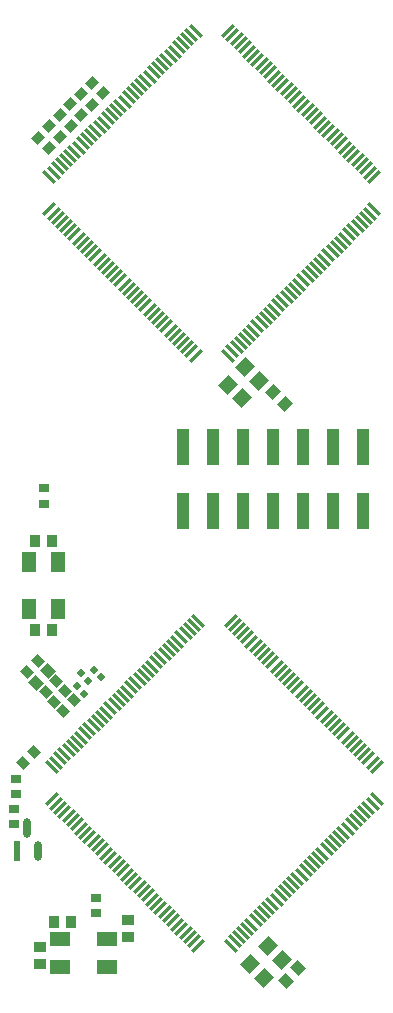
<source format=gtp>
G04*
G04 #@! TF.GenerationSoftware,Altium Limited,Altium Designer,22.10.1 (41)*
G04*
G04 Layer_Color=8421504*
%FSLAX25Y25*%
%MOIN*%
G70*
G04*
G04 #@! TF.SameCoordinates,C65821A1-17F7-41E3-85A7-462E8C27BB40*
G04*
G04*
G04 #@! TF.FilePolarity,Positive*
G04*
G01*
G75*
%ADD10R,0.03347X0.02953*%
%ADD11R,0.03937X0.12205*%
G04:AMPARAMS|DCode=12|XSize=13.78mil|YSize=53.15mil|CornerRadius=0mil|HoleSize=0mil|Usage=FLASHONLY|Rotation=315.000|XOffset=0mil|YOffset=0mil|HoleType=Round|Shape=Rectangle|*
%AMROTATEDRECTD12*
4,1,4,-0.02366,-0.01392,0.01392,0.02366,0.02366,0.01392,-0.01392,-0.02366,-0.02366,-0.01392,0.0*
%
%ADD12ROTATEDRECTD12*%

G04:AMPARAMS|DCode=13|XSize=53.15mil|YSize=13.78mil|CornerRadius=0mil|HoleSize=0mil|Usage=FLASHONLY|Rotation=315.000|XOffset=0mil|YOffset=0mil|HoleType=Round|Shape=Rectangle|*
%AMROTATEDRECTD13*
4,1,4,-0.02366,0.01392,-0.01392,0.02366,0.02366,-0.01392,0.01392,-0.02366,-0.02366,0.01392,0.0*
%
%ADD13ROTATEDRECTD13*%

G04:AMPARAMS|DCode=14|XSize=65.3mil|YSize=24.68mil|CornerRadius=12.34mil|HoleSize=0mil|Usage=FLASHONLY|Rotation=90.000|XOffset=0mil|YOffset=0mil|HoleType=Round|Shape=RoundedRectangle|*
%AMROUNDEDRECTD14*
21,1,0.06530,0.00000,0,0,90.0*
21,1,0.04063,0.02468,0,0,90.0*
1,1,0.02468,0.00000,0.02031*
1,1,0.02468,0.00000,-0.02031*
1,1,0.02468,0.00000,-0.02031*
1,1,0.02468,0.00000,0.02031*
%
%ADD14ROUNDEDRECTD14*%
%ADD15R,0.02468X0.06530*%
%ADD16P,0.03062X4X270.0*%
G04:AMPARAMS|DCode=17|XSize=41.34mil|YSize=37.4mil|CornerRadius=0mil|HoleSize=0mil|Usage=FLASHONLY|Rotation=45.000|XOffset=0mil|YOffset=0mil|HoleType=Round|Shape=Rectangle|*
%AMROTATEDRECTD17*
4,1,4,-0.00139,-0.02784,-0.02784,-0.00139,0.00139,0.02784,0.02784,0.00139,-0.00139,-0.02784,0.0*
%
%ADD17ROTATEDRECTD17*%

G04:AMPARAMS|DCode=18|XSize=51.18mil|YSize=43.31mil|CornerRadius=0mil|HoleSize=0mil|Usage=FLASHONLY|Rotation=45.000|XOffset=0mil|YOffset=0mil|HoleType=Round|Shape=Rectangle|*
%AMROTATEDRECTD18*
4,1,4,-0.00278,-0.03341,-0.03341,-0.00278,0.00278,0.03341,0.03341,0.00278,-0.00278,-0.03341,0.0*
%
%ADD18ROTATEDRECTD18*%

G04:AMPARAMS|DCode=19|XSize=33.47mil|YSize=29.53mil|CornerRadius=0mil|HoleSize=0mil|Usage=FLASHONLY|Rotation=315.000|XOffset=0mil|YOffset=0mil|HoleType=Round|Shape=Rectangle|*
%AMROTATEDRECTD19*
4,1,4,-0.02227,0.00139,-0.00139,0.02227,0.02227,-0.00139,0.00139,-0.02227,-0.02227,0.00139,0.0*
%
%ADD19ROTATEDRECTD19*%

%ADD20R,0.04134X0.03740*%
%ADD21R,0.04724X0.07087*%
G04:AMPARAMS|DCode=22|XSize=33.47mil|YSize=29.53mil|CornerRadius=0mil|HoleSize=0mil|Usage=FLASHONLY|Rotation=45.000|XOffset=0mil|YOffset=0mil|HoleType=Round|Shape=Rectangle|*
%AMROTATEDRECTD22*
4,1,4,-0.00139,-0.02227,-0.02227,-0.00139,0.00139,0.02227,0.02227,0.00139,-0.00139,-0.02227,0.0*
%
%ADD22ROTATEDRECTD22*%

G04:AMPARAMS|DCode=23|XSize=41.34mil|YSize=37.4mil|CornerRadius=0mil|HoleSize=0mil|Usage=FLASHONLY|Rotation=135.000|XOffset=0mil|YOffset=0mil|HoleType=Round|Shape=Rectangle|*
%AMROTATEDRECTD23*
4,1,4,0.02784,-0.00139,0.00139,-0.02784,-0.02784,0.00139,-0.00139,0.02784,0.02784,-0.00139,0.0*
%
%ADD23ROTATEDRECTD23*%

%ADD24R,0.03740X0.04134*%
%ADD25R,0.07087X0.04724*%
D10*
X15354Y163583D02*
D03*
Y168701D02*
D03*
X5512Y62008D02*
D03*
Y56890D02*
D03*
X5906Y71900D02*
D03*
Y66782D02*
D03*
X32658Y32166D02*
D03*
Y27048D02*
D03*
D11*
X101772Y182382D02*
D03*
Y161122D02*
D03*
X91772Y182382D02*
D03*
Y161122D02*
D03*
X61772D02*
D03*
Y182382D02*
D03*
X71772Y161122D02*
D03*
Y182382D02*
D03*
X81772Y161122D02*
D03*
Y182382D02*
D03*
X111772Y161122D02*
D03*
X121772Y161122D02*
D03*
X111772Y182382D02*
D03*
X121772D02*
D03*
D12*
X41676Y41394D02*
D03*
X101251Y100970D02*
D03*
X43068Y40003D02*
D03*
X102643Y99578D02*
D03*
X36109Y46962D02*
D03*
X95684Y106537D02*
D03*
X48636Y34435D02*
D03*
X108211Y94010D02*
D03*
X37501Y45570D02*
D03*
X97076Y105146D02*
D03*
X47244Y35827D02*
D03*
X106819Y95402D02*
D03*
X38892Y44178D02*
D03*
X98468Y103754D02*
D03*
X45852Y37219D02*
D03*
X105427Y96794D02*
D03*
X18013Y65058D02*
D03*
X77588Y124633D02*
D03*
X66731Y16340D02*
D03*
X126306Y75915D02*
D03*
X19405Y63666D02*
D03*
X78980Y123241D02*
D03*
X65339Y17731D02*
D03*
X124915Y77307D02*
D03*
X20797Y62274D02*
D03*
X80372Y121849D02*
D03*
X63947Y19124D02*
D03*
X123522Y78699D02*
D03*
X40284Y42786D02*
D03*
X99859Y102362D02*
D03*
X44460Y38611D02*
D03*
X104035Y98186D02*
D03*
X22189Y60882D02*
D03*
X81764Y120457D02*
D03*
X62555Y20515D02*
D03*
X122131Y80090D02*
D03*
X23581Y59490D02*
D03*
X83156Y119065D02*
D03*
X61164Y21907D02*
D03*
X120739Y81482D02*
D03*
X24973Y58098D02*
D03*
X84548Y117673D02*
D03*
X59772Y23299D02*
D03*
X119347Y82874D02*
D03*
X26365Y56706D02*
D03*
X85940Y116281D02*
D03*
X58380Y24691D02*
D03*
X117955Y84266D02*
D03*
X27757Y55314D02*
D03*
X87332Y114889D02*
D03*
X56988Y26083D02*
D03*
X116563Y85658D02*
D03*
X29149Y53922D02*
D03*
X88724Y113497D02*
D03*
X55596Y27475D02*
D03*
X115171Y87050D02*
D03*
X30541Y52530D02*
D03*
X90116Y112105D02*
D03*
X54204Y28867D02*
D03*
X113779Y88442D02*
D03*
X31933Y51138D02*
D03*
X91508Y110713D02*
D03*
X52812Y30259D02*
D03*
X112387Y89834D02*
D03*
X33325Y49746D02*
D03*
X92900Y109321D02*
D03*
X51420Y31651D02*
D03*
X110995Y91226D02*
D03*
X34717Y48354D02*
D03*
X94292Y107929D02*
D03*
X50028Y33043D02*
D03*
X109603Y92618D02*
D03*
X108786Y289271D02*
D03*
X49211Y229695D02*
D03*
X93475Y304582D02*
D03*
X33900Y245007D02*
D03*
X110178Y287879D02*
D03*
X50603Y228304D02*
D03*
X92083Y305974D02*
D03*
X32508Y246399D02*
D03*
X111570Y286487D02*
D03*
X51995Y226911D02*
D03*
X90691Y307366D02*
D03*
X31116Y247791D02*
D03*
X112962Y285095D02*
D03*
X53387Y225520D02*
D03*
X89299Y308758D02*
D03*
X29724Y249183D02*
D03*
X114354Y283703D02*
D03*
X54779Y224128D02*
D03*
X87907Y310150D02*
D03*
X28332Y250575D02*
D03*
X115746Y282311D02*
D03*
X56171Y222736D02*
D03*
X86515Y311542D02*
D03*
X26940Y251967D02*
D03*
X117138Y280919D02*
D03*
X57563Y221344D02*
D03*
X85123Y312934D02*
D03*
X25548Y253359D02*
D03*
X118530Y279527D02*
D03*
X58955Y219952D02*
D03*
X83731Y314325D02*
D03*
X24156Y254750D02*
D03*
X119922Y278135D02*
D03*
X60347Y218560D02*
D03*
X82339Y315718D02*
D03*
X22764Y256142D02*
D03*
X121314Y276743D02*
D03*
X61739Y217168D02*
D03*
X80948Y317109D02*
D03*
X21372Y257534D02*
D03*
X103219Y294838D02*
D03*
X43643Y235263D02*
D03*
X99043Y299014D02*
D03*
X39468Y239439D02*
D03*
X122706Y275351D02*
D03*
X63131Y215776D02*
D03*
X79555Y318501D02*
D03*
X19980Y258926D02*
D03*
X124098Y273959D02*
D03*
X64523Y214384D02*
D03*
X78164Y319893D02*
D03*
X18588Y260318D02*
D03*
X125490Y272567D02*
D03*
X65914Y212992D02*
D03*
X76772Y321285D02*
D03*
X17197Y261710D02*
D03*
X104611Y293446D02*
D03*
X45035Y233871D02*
D03*
X97651Y300406D02*
D03*
X38076Y240831D02*
D03*
X106002Y292055D02*
D03*
X46427Y232479D02*
D03*
X96259Y301798D02*
D03*
X36684Y242223D02*
D03*
X107394Y290663D02*
D03*
X47819Y231087D02*
D03*
X94867Y303190D02*
D03*
X35292Y243615D02*
D03*
X101827Y296230D02*
D03*
X42252Y236655D02*
D03*
X100435Y297622D02*
D03*
X40859Y238047D02*
D03*
D13*
X41676Y99578D02*
D03*
X43068Y100970D02*
D03*
X101251Y40003D02*
D03*
X102643Y41394D02*
D03*
X36108Y94010D02*
D03*
X48636Y106537D02*
D03*
X95684Y34435D02*
D03*
X108211Y46962D02*
D03*
X37501Y95402D02*
D03*
X47244Y105146D02*
D03*
X97076Y35827D02*
D03*
X106819Y45570D02*
D03*
X38892Y96794D02*
D03*
X45852Y103754D02*
D03*
X98468Y37219D02*
D03*
X105427Y44178D02*
D03*
X18013Y75915D02*
D03*
X66731Y124633D02*
D03*
X77588Y16340D02*
D03*
X126306Y65058D02*
D03*
X19405Y77307D02*
D03*
X65339Y123241D02*
D03*
X78980Y17731D02*
D03*
X124915Y63666D02*
D03*
X20797Y78699D02*
D03*
X63947Y121849D02*
D03*
X80372Y19124D02*
D03*
X123522Y62274D02*
D03*
X40284Y98186D02*
D03*
X44460Y102362D02*
D03*
X99859Y38611D02*
D03*
X104035Y42786D02*
D03*
X22189Y80090D02*
D03*
X62555Y120457D02*
D03*
X81764Y20515D02*
D03*
X122131Y60882D02*
D03*
X23581Y81482D02*
D03*
X61164Y119065D02*
D03*
X83156Y21907D02*
D03*
X120739Y59490D02*
D03*
X24973Y82874D02*
D03*
X59772Y117673D02*
D03*
X84548Y23299D02*
D03*
X119347Y58098D02*
D03*
X26365Y84266D02*
D03*
X58380Y116281D02*
D03*
X85940Y24691D02*
D03*
X117955Y56706D02*
D03*
X27757Y85658D02*
D03*
X56988Y114889D02*
D03*
X87332Y26083D02*
D03*
X116563Y55314D02*
D03*
X29149Y87050D02*
D03*
X55596Y113497D02*
D03*
X88724Y27475D02*
D03*
X115171Y53922D02*
D03*
X30541Y88442D02*
D03*
X54204Y112105D02*
D03*
X90116Y28867D02*
D03*
X113779Y52530D02*
D03*
X31933Y89834D02*
D03*
X52812Y110713D02*
D03*
X91508Y30259D02*
D03*
X112387Y51138D02*
D03*
X33325Y91226D02*
D03*
X51420Y109321D02*
D03*
X92900Y31651D02*
D03*
X110995Y49746D02*
D03*
X34717Y92618D02*
D03*
X50028Y107929D02*
D03*
X94292Y33043D02*
D03*
X109603Y48354D02*
D03*
X108786Y245007D02*
D03*
X93475Y229695D02*
D03*
X49211Y304582D02*
D03*
X33900Y289271D02*
D03*
X110178Y246399D02*
D03*
X92083Y228304D02*
D03*
X50603Y305974D02*
D03*
X32508Y287879D02*
D03*
X111570Y247791D02*
D03*
X90691Y226911D02*
D03*
X51995Y307366D02*
D03*
X31116Y286487D02*
D03*
X112962Y249183D02*
D03*
X89299Y225520D02*
D03*
X53387Y308758D02*
D03*
X29724Y285095D02*
D03*
X114354Y250575D02*
D03*
X87907Y224128D02*
D03*
X54779Y310150D02*
D03*
X28332Y283703D02*
D03*
X115746Y251967D02*
D03*
X86515Y222736D02*
D03*
X56171Y311542D02*
D03*
X26940Y282311D02*
D03*
X117138Y253359D02*
D03*
X85123Y221344D02*
D03*
X57563Y312934D02*
D03*
X25548Y280919D02*
D03*
X118530Y254750D02*
D03*
X83731Y219952D02*
D03*
X58955Y314325D02*
D03*
X24156Y279527D02*
D03*
X119922Y256142D02*
D03*
X82339Y218560D02*
D03*
X60347Y315718D02*
D03*
X22764Y278135D02*
D03*
X121314Y257534D02*
D03*
X80948Y217168D02*
D03*
X61739Y317109D02*
D03*
X21372Y276743D02*
D03*
X103219Y239439D02*
D03*
X99043Y235263D02*
D03*
X43643Y299014D02*
D03*
X39468Y294838D02*
D03*
X122706Y258926D02*
D03*
X79555Y215776D02*
D03*
X63131Y318501D02*
D03*
X19980Y275351D02*
D03*
X124098Y260318D02*
D03*
X78164Y214384D02*
D03*
X64523Y319893D02*
D03*
X18588Y273959D02*
D03*
X125490Y261710D02*
D03*
X76772Y212992D02*
D03*
X65914Y321285D02*
D03*
X17197Y272567D02*
D03*
X104611Y240831D02*
D03*
X97651Y233871D02*
D03*
X45035Y300406D02*
D03*
X38076Y293446D02*
D03*
X106002Y242223D02*
D03*
X96259Y232479D02*
D03*
X46427Y301798D02*
D03*
X36684Y292055D02*
D03*
X107394Y243615D02*
D03*
X94867Y231087D02*
D03*
X47819Y303190D02*
D03*
X35292Y290663D02*
D03*
X101827Y238047D02*
D03*
X100435Y236655D02*
D03*
X42252Y297622D02*
D03*
X40859Y296230D02*
D03*
D14*
X9843Y55512D02*
D03*
X13445Y47821D02*
D03*
D15*
X6240D02*
D03*
D16*
X34422Y105735D02*
D03*
X31916Y108241D02*
D03*
X28812Y100322D02*
D03*
X30190Y104653D02*
D03*
X27684Y107158D02*
D03*
X26306Y102828D02*
D03*
D17*
X91682Y200837D02*
D03*
X95719Y196801D02*
D03*
D18*
X81263Y198717D02*
D03*
X87110Y204563D02*
D03*
X82516Y209157D02*
D03*
X76670Y203311D02*
D03*
X84150Y10200D02*
D03*
X89996Y16047D02*
D03*
X94590Y11453D02*
D03*
X88744Y5607D02*
D03*
D19*
X8427Y77324D02*
D03*
X12046Y80943D02*
D03*
X15907Y100750D02*
D03*
X19526Y104369D02*
D03*
X22282Y101219D02*
D03*
X18663Y97600D02*
D03*
X25432Y98069D02*
D03*
X21813Y94450D02*
D03*
X13227Y111062D02*
D03*
X9608Y107442D02*
D03*
D20*
X13957Y10148D02*
D03*
Y15856D02*
D03*
X43307Y24902D02*
D03*
Y19193D02*
D03*
D21*
X10433Y128543D02*
D03*
Y144291D02*
D03*
X19882D02*
D03*
X19882Y128543D02*
D03*
D22*
X20707Y285986D02*
D03*
X17088Y289605D02*
D03*
X24250Y289529D02*
D03*
X20631Y293148D02*
D03*
X27794Y293072D02*
D03*
X24175Y296691D02*
D03*
X31337Y296616D02*
D03*
X27718Y300235D02*
D03*
X31458Y303975D02*
D03*
X35077Y300356D02*
D03*
X13545Y285668D02*
D03*
X17164Y282049D02*
D03*
D23*
X12549Y103690D02*
D03*
X16585Y107727D02*
D03*
X96013Y4675D02*
D03*
X100050Y8711D02*
D03*
D24*
X18012Y151181D02*
D03*
X12303Y151181D02*
D03*
X12303Y121654D02*
D03*
X18012D02*
D03*
X24508Y24016D02*
D03*
X18799D02*
D03*
D25*
X20583Y9218D02*
D03*
X36331Y9218D02*
D03*
X36331Y18667D02*
D03*
X20583D02*
D03*
M02*

</source>
